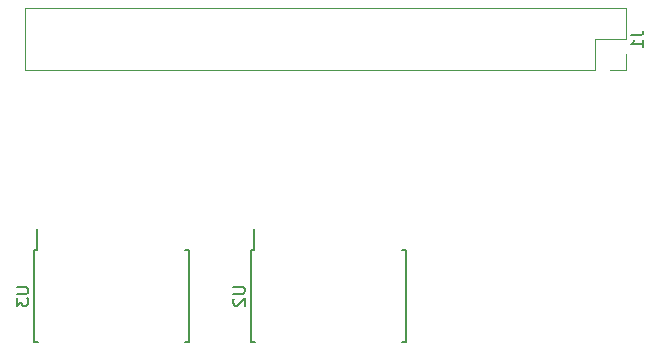
<source format=gbr>
G04 #@! TF.FileFunction,Legend,Bot*
%FSLAX46Y46*%
G04 Gerber Fmt 4.6, Leading zero omitted, Abs format (unit mm)*
G04 Created by KiCad (PCBNEW 4.0.7) date 12/29/17 01:52:09*
%MOMM*%
%LPD*%
G01*
G04 APERTURE LIST*
%ADD10C,0.100000*%
%ADD11C,0.120000*%
%ADD12C,0.150000*%
G04 APERTURE END LIST*
D10*
D11*
X132045000Y-60893000D02*
X132045000Y-55693000D01*
X180365000Y-60893000D02*
X132045000Y-60893000D01*
X182965000Y-55693000D02*
X132045000Y-55693000D01*
X180365000Y-60893000D02*
X180365000Y-58293000D01*
X180365000Y-58293000D02*
X182965000Y-58293000D01*
X182965000Y-58293000D02*
X182965000Y-55693000D01*
X181635000Y-60893000D02*
X182965000Y-60893000D01*
X182965000Y-60893000D02*
X182965000Y-59563000D01*
D12*
X151184000Y-76160400D02*
X151434000Y-76160400D01*
X151184000Y-83910400D02*
X151519000Y-83910400D01*
X164334000Y-83910400D02*
X163999000Y-83910400D01*
X164334000Y-76160400D02*
X163999000Y-76160400D01*
X151184000Y-76160400D02*
X151184000Y-83910400D01*
X164334000Y-76160400D02*
X164334000Y-83910400D01*
X151434000Y-76160400D02*
X151434000Y-74360400D01*
X132846000Y-76160400D02*
X133096000Y-76160400D01*
X132846000Y-83910400D02*
X133181000Y-83910400D01*
X145996000Y-83910400D02*
X145661000Y-83910400D01*
X145996000Y-76160400D02*
X145661000Y-76160400D01*
X132846000Y-76160400D02*
X132846000Y-83910400D01*
X145996000Y-76160400D02*
X145996000Y-83910400D01*
X133096000Y-76160400D02*
X133096000Y-74360400D01*
X183417381Y-57959667D02*
X184131667Y-57959667D01*
X184274524Y-57912047D01*
X184369762Y-57816809D01*
X184417381Y-57673952D01*
X184417381Y-57578714D01*
X184417381Y-58959667D02*
X184417381Y-58388238D01*
X184417381Y-58673952D02*
X183417381Y-58673952D01*
X183560238Y-58578714D01*
X183655476Y-58483476D01*
X183703095Y-58388238D01*
X149711381Y-79273495D02*
X150520905Y-79273495D01*
X150616143Y-79321114D01*
X150663762Y-79368733D01*
X150711381Y-79463971D01*
X150711381Y-79654448D01*
X150663762Y-79749686D01*
X150616143Y-79797305D01*
X150520905Y-79844924D01*
X149711381Y-79844924D01*
X149806619Y-80273495D02*
X149759000Y-80321114D01*
X149711381Y-80416352D01*
X149711381Y-80654448D01*
X149759000Y-80749686D01*
X149806619Y-80797305D01*
X149901857Y-80844924D01*
X149997095Y-80844924D01*
X150139952Y-80797305D01*
X150711381Y-80225876D01*
X150711381Y-80844924D01*
X131373381Y-79273495D02*
X132182905Y-79273495D01*
X132278143Y-79321114D01*
X132325762Y-79368733D01*
X132373381Y-79463971D01*
X132373381Y-79654448D01*
X132325762Y-79749686D01*
X132278143Y-79797305D01*
X132182905Y-79844924D01*
X131373381Y-79844924D01*
X131373381Y-80225876D02*
X131373381Y-80844924D01*
X131754333Y-80511590D01*
X131754333Y-80654448D01*
X131801952Y-80749686D01*
X131849571Y-80797305D01*
X131944810Y-80844924D01*
X132182905Y-80844924D01*
X132278143Y-80797305D01*
X132325762Y-80749686D01*
X132373381Y-80654448D01*
X132373381Y-80368733D01*
X132325762Y-80273495D01*
X132278143Y-80225876D01*
M02*

</source>
